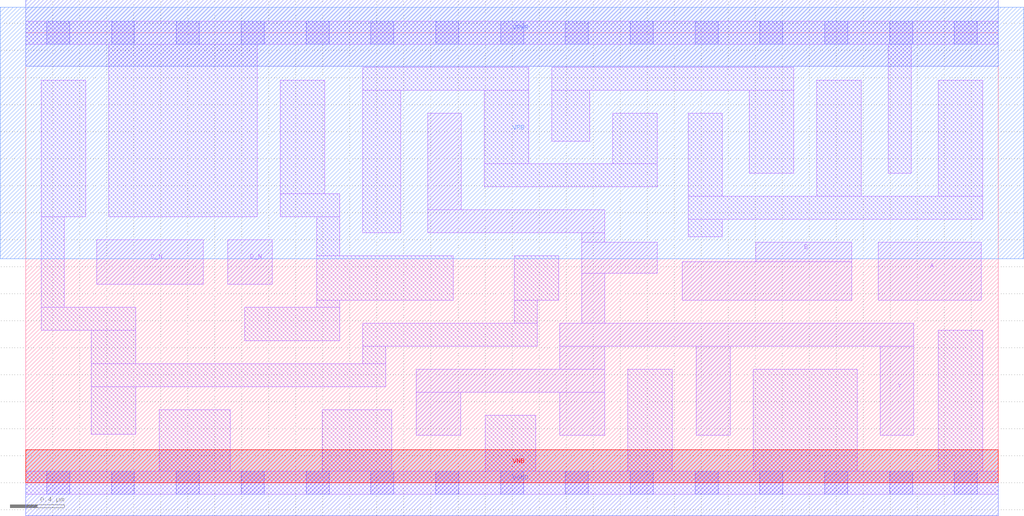
<source format=lef>
# Copyright 2020 The SkyWater PDK Authors
#
# Licensed under the Apache License, Version 2.0 (the "License");
# you may not use this file except in compliance with the License.
# You may obtain a copy of the License at
#
#     https://www.apache.org/licenses/LICENSE-2.0
#
# Unless required by applicable law or agreed to in writing, software
# distributed under the License is distributed on an "AS IS" BASIS,
# WITHOUT WARRANTIES OR CONDITIONS OF ANY KIND, either express or implied.
# See the License for the specific language governing permissions and
# limitations under the License.
#
# SPDX-License-Identifier: Apache-2.0

VERSION 5.7 ;
  NOWIREEXTENSIONATPIN ON ;
  DIVIDERCHAR "/" ;
  BUSBITCHARS "[]" ;
MACRO sky130_fd_sc_ls__nor4bb_2
  CLASS CORE ;
  FOREIGN sky130_fd_sc_ls__nor4bb_2 ;
  ORIGIN  0.000000  0.000000 ;
  SIZE  7.200000 BY  3.330000 ;
  SYMMETRY X Y ;
  SITE unit ;
  PIN A
    ANTENNAGATEAREA  0.558000 ;
    DIRECTION INPUT ;
    USE SIGNAL ;
    PORT
      LAYER li1 ;
        RECT 6.310000 1.350000 7.075000 1.780000 ;
    END
  END A
  PIN B
    ANTENNAGATEAREA  0.558000 ;
    DIRECTION INPUT ;
    USE SIGNAL ;
    PORT
      LAYER li1 ;
        RECT 4.860000 1.350000 6.115000 1.635000 ;
        RECT 5.405000 1.635000 6.115000 1.780000 ;
    END
  END B
  PIN C_N
    ANTENNAGATEAREA  0.246000 ;
    DIRECTION INPUT ;
    USE SIGNAL ;
    PORT
      LAYER li1 ;
        RECT 0.525000 1.470000 1.315000 1.800000 ;
    END
  END C_N
  PIN D_N
    ANTENNAGATEAREA  0.246000 ;
    DIRECTION INPUT ;
    USE SIGNAL ;
    PORT
      LAYER li1 ;
        RECT 1.495000 1.470000 1.825000 1.800000 ;
    END
  END D_N
  PIN VNB
    PORT
      LAYER pwell ;
        RECT 0.000000 0.000000 7.200000 0.245000 ;
    END
  END VNB
  PIN VPB
    PORT
      LAYER nwell ;
        RECT -0.190000 1.660000 7.390000 3.520000 ;
    END
  END VPB
  PIN Y
    ANTENNADIFFAREA  1.198100 ;
    DIRECTION OUTPUT ;
    USE SIGNAL ;
    PORT
      LAYER li1 ;
        RECT 2.890000 0.350000 3.220000 0.670000 ;
        RECT 2.890000 0.670000 4.285000 0.840000 ;
        RECT 2.975000 1.850000 4.285000 2.020000 ;
        RECT 2.975000 2.020000 3.225000 2.735000 ;
        RECT 3.955000 0.350000 4.285000 0.670000 ;
        RECT 3.955000 0.840000 4.285000 1.010000 ;
        RECT 3.955000 1.010000 6.575000 1.180000 ;
        RECT 4.115000 1.180000 4.285000 1.550000 ;
        RECT 4.115000 1.550000 4.675000 1.780000 ;
        RECT 4.115000 1.780000 4.285000 1.850000 ;
        RECT 4.965000 0.350000 5.215000 1.010000 ;
        RECT 6.325000 0.350000 6.575000 1.010000 ;
    END
  END Y
  PIN VGND
    DIRECTION INOUT ;
    SHAPE ABUTMENT ;
    USE GROUND ;
    PORT
      LAYER met1 ;
        RECT 0.000000 -0.245000 7.200000 0.245000 ;
    END
  END VGND
  PIN VPWR
    DIRECTION INOUT ;
    SHAPE ABUTMENT ;
    USE POWER ;
    PORT
      LAYER met1 ;
        RECT 0.000000 3.085000 7.200000 3.575000 ;
    END
  END VPWR
  OBS
    LAYER li1 ;
      RECT 0.000000 -0.085000 7.200000 0.085000 ;
      RECT 0.000000  3.245000 7.200000 3.415000 ;
      RECT 0.115000  1.130000 0.815000 1.300000 ;
      RECT 0.115000  1.300000 0.285000 1.970000 ;
      RECT 0.115000  1.970000 0.445000 2.980000 ;
      RECT 0.485000  0.360000 0.815000 0.710000 ;
      RECT 0.485000  0.710000 2.665000 0.880000 ;
      RECT 0.485000  0.880000 0.815000 1.130000 ;
      RECT 0.615000  1.970000 1.715000 3.245000 ;
      RECT 0.990000  0.085000 1.515000 0.540000 ;
      RECT 1.620000  1.050000 2.325000 1.300000 ;
      RECT 1.885000  1.970000 2.325000 2.140000 ;
      RECT 1.885000  2.140000 2.215000 2.980000 ;
      RECT 2.155000  1.300000 2.325000 1.350000 ;
      RECT 2.155000  1.350000 3.165000 1.680000 ;
      RECT 2.155000  1.680000 2.325000 1.970000 ;
      RECT 2.195000  0.085000 2.710000 0.540000 ;
      RECT 2.495000  0.880000 2.665000 1.010000 ;
      RECT 2.495000  1.010000 3.785000 1.180000 ;
      RECT 2.495000  1.850000 2.775000 2.905000 ;
      RECT 2.495000  2.905000 3.725000 3.075000 ;
      RECT 3.395000  2.190000 4.675000 2.360000 ;
      RECT 3.395000  2.360000 3.725000 2.905000 ;
      RECT 3.400000  0.085000 3.775000 0.500000 ;
      RECT 3.615000  1.180000 3.785000 1.350000 ;
      RECT 3.615000  1.350000 3.945000 1.680000 ;
      RECT 3.895000  2.530000 4.175000 2.905000 ;
      RECT 3.895000  2.905000 5.685000 3.075000 ;
      RECT 4.345000  2.360000 4.675000 2.735000 ;
      RECT 4.455000  0.085000 4.785000 0.840000 ;
      RECT 4.905000  1.820000 5.155000 1.950000 ;
      RECT 4.905000  1.950000 7.085000 2.120000 ;
      RECT 4.905000  2.120000 5.155000 2.735000 ;
      RECT 5.355000  2.290000 5.685000 2.905000 ;
      RECT 5.385000  0.085000 6.155000 0.840000 ;
      RECT 5.855000  2.120000 6.185000 2.980000 ;
      RECT 6.385000  2.290000 6.555000 3.245000 ;
      RECT 6.755000  0.085000 7.085000 1.130000 ;
      RECT 6.755000  2.120000 7.085000 2.980000 ;
    LAYER mcon ;
      RECT 0.155000 -0.085000 0.325000 0.085000 ;
      RECT 0.155000  3.245000 0.325000 3.415000 ;
      RECT 0.635000 -0.085000 0.805000 0.085000 ;
      RECT 0.635000  3.245000 0.805000 3.415000 ;
      RECT 1.115000 -0.085000 1.285000 0.085000 ;
      RECT 1.115000  3.245000 1.285000 3.415000 ;
      RECT 1.595000 -0.085000 1.765000 0.085000 ;
      RECT 1.595000  3.245000 1.765000 3.415000 ;
      RECT 2.075000 -0.085000 2.245000 0.085000 ;
      RECT 2.075000  3.245000 2.245000 3.415000 ;
      RECT 2.555000 -0.085000 2.725000 0.085000 ;
      RECT 2.555000  3.245000 2.725000 3.415000 ;
      RECT 3.035000 -0.085000 3.205000 0.085000 ;
      RECT 3.035000  3.245000 3.205000 3.415000 ;
      RECT 3.515000 -0.085000 3.685000 0.085000 ;
      RECT 3.515000  3.245000 3.685000 3.415000 ;
      RECT 3.995000 -0.085000 4.165000 0.085000 ;
      RECT 3.995000  3.245000 4.165000 3.415000 ;
      RECT 4.475000 -0.085000 4.645000 0.085000 ;
      RECT 4.475000  3.245000 4.645000 3.415000 ;
      RECT 4.955000 -0.085000 5.125000 0.085000 ;
      RECT 4.955000  3.245000 5.125000 3.415000 ;
      RECT 5.435000 -0.085000 5.605000 0.085000 ;
      RECT 5.435000  3.245000 5.605000 3.415000 ;
      RECT 5.915000 -0.085000 6.085000 0.085000 ;
      RECT 5.915000  3.245000 6.085000 3.415000 ;
      RECT 6.395000 -0.085000 6.565000 0.085000 ;
      RECT 6.395000  3.245000 6.565000 3.415000 ;
      RECT 6.875000 -0.085000 7.045000 0.085000 ;
      RECT 6.875000  3.245000 7.045000 3.415000 ;
  END
END sky130_fd_sc_ls__nor4bb_2
END LIBRARY

</source>
